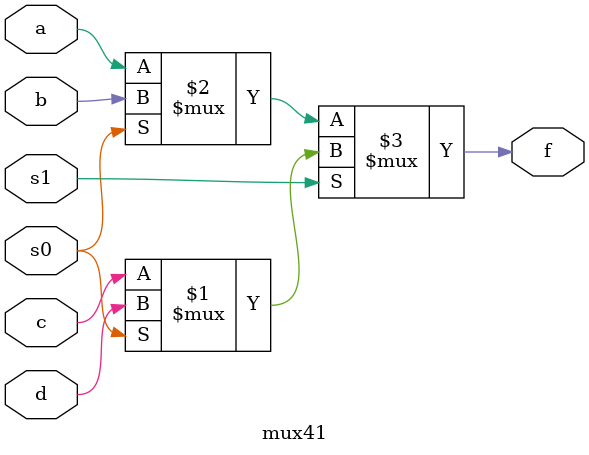
<source format=v>
module mux41(
input a,b,c,d,s0,s1,
output f);
assign f = s1?(s0?d:c):(s0?b:a);
endmodule

</source>
